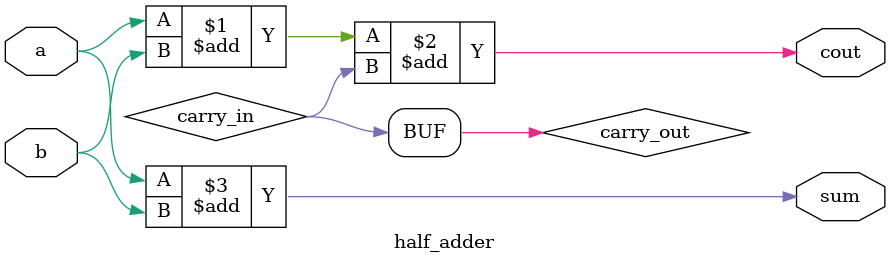
<source format=v>
module half_adder( 
input a, b,
output cout, sum );

// Assign cout = a + b + carry_in
assign cout = a + b + carry_in;

// Assign sum = a + b
assign sum = a + b;

// Assign carry_out = carry_in
assign carry_out = carry_in;

endmodule

</source>
